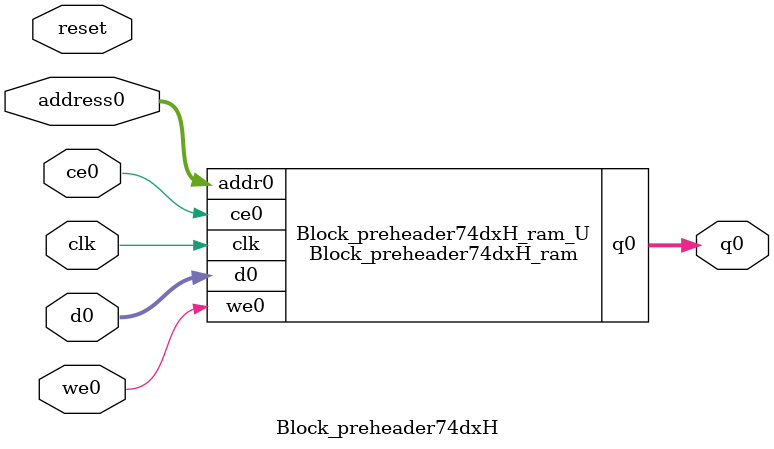
<source format=v>
`timescale 1 ns / 1 ps
module Block_preheader74dxH_ram (addr0, ce0, d0, we0, q0,  clk);

parameter DWIDTH = 5;
parameter AWIDTH = 11;
parameter MEM_SIZE = 1408;

input[AWIDTH-1:0] addr0;
input ce0;
input[DWIDTH-1:0] d0;
input we0;
output reg[DWIDTH-1:0] q0;
input clk;

(* ram_style = "block" *)reg [DWIDTH-1:0] ram[0:MEM_SIZE-1];




always @(posedge clk)  
begin 
    if (ce0) begin
        if (we0) 
            ram[addr0] <= d0; 
        q0 <= ram[addr0];
    end
end


endmodule

`timescale 1 ns / 1 ps
module Block_preheader74dxH(
    reset,
    clk,
    address0,
    ce0,
    we0,
    d0,
    q0);

parameter DataWidth = 32'd5;
parameter AddressRange = 32'd1408;
parameter AddressWidth = 32'd11;
input reset;
input clk;
input[AddressWidth - 1:0] address0;
input ce0;
input we0;
input[DataWidth - 1:0] d0;
output[DataWidth - 1:0] q0;



Block_preheader74dxH_ram Block_preheader74dxH_ram_U(
    .clk( clk ),
    .addr0( address0 ),
    .ce0( ce0 ),
    .we0( we0 ),
    .d0( d0 ),
    .q0( q0 ));

endmodule


</source>
